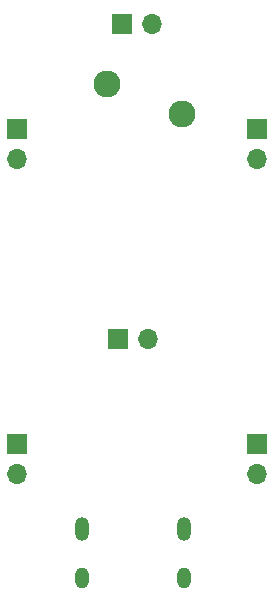
<source format=gbr>
%TF.GenerationSoftware,KiCad,Pcbnew,7.0.6*%
%TF.CreationDate,2023-08-06T17:13:19+10:00*%
%TF.ProjectId,single-key-keyboard,73696e67-6c65-42d6-9b65-792d6b657962,rev?*%
%TF.SameCoordinates,Original*%
%TF.FileFunction,Copper,L2,Bot*%
%TF.FilePolarity,Positive*%
%FSLAX46Y46*%
G04 Gerber Fmt 4.6, Leading zero omitted, Abs format (unit mm)*
G04 Created by KiCad (PCBNEW 7.0.6) date 2023-08-06 17:13:19*
%MOMM*%
%LPD*%
G01*
G04 APERTURE LIST*
%TA.AperFunction,ComponentPad*%
%ADD10R,1.700000X1.700000*%
%TD*%
%TA.AperFunction,ComponentPad*%
%ADD11O,1.700000X1.700000*%
%TD*%
%TA.AperFunction,ComponentPad*%
%ADD12C,2.286000*%
%TD*%
%TA.AperFunction,ComponentPad*%
%ADD13O,1.200000X2.000000*%
%TD*%
%TA.AperFunction,ComponentPad*%
%ADD14O,1.200000X1.800000*%
%TD*%
G04 APERTURE END LIST*
D10*
%TO.P,TP7,1,1*%
%TO.N,unconnected-(TP7-Pad1)*%
X151130000Y-97790000D03*
D11*
%TO.P,TP7,2*%
%TO.N,N/C*%
X151130000Y-100330000D03*
%TD*%
D10*
%TO.P,TP5,1,1*%
%TO.N,unconnected-(TP5-Pad1)*%
X139700000Y-88900000D03*
D11*
%TO.P,TP5,2*%
%TO.N,N/C*%
X142240000Y-88900000D03*
%TD*%
D10*
%TO.P,TP1,1,1*%
%TO.N,unconnected-(TP1-Pad1)*%
X130810000Y-97790000D03*
D11*
%TO.P,TP1,2*%
%TO.N,N/C*%
X130810000Y-100330000D03*
%TD*%
D10*
%TO.P,TP4,1,1*%
%TO.N,unconnected-(TP4-Pad1)*%
X151130000Y-124460000D03*
D11*
%TO.P,TP4,2*%
%TO.N,N/C*%
X151130000Y-127000000D03*
%TD*%
D10*
%TO.P,TP3,1,1*%
%TO.N,unconnected-(TP3-Pad1)*%
X130810000Y-124460000D03*
D11*
%TO.P,TP3,2*%
%TO.N,N/C*%
X130810000Y-127000000D03*
%TD*%
D10*
%TO.P,TP2,1,1*%
%TO.N,unconnected-(TP2-Pad1)*%
X139440000Y-115570000D03*
D11*
%TO.P,TP2,2*%
%TO.N,N/C*%
X141980000Y-115570000D03*
%TD*%
D12*
%TO.P,SW1,1,1*%
%TO.N,unconnected-(SW1-Pad1)*%
X138450000Y-93980000D03*
%TO.P,SW1,2,2*%
%TO.N,unconnected-(SW1-Pad2)*%
X144800000Y-96520000D03*
%TD*%
D13*
%TO.P,P1,1*%
%TO.N,N/C*%
X136330000Y-131585000D03*
%TO.P,P1,2*%
X144970000Y-131585000D03*
D14*
%TO.P,P1,3*%
X136330000Y-135765000D03*
%TO.P,P1,4*%
X144970000Y-135765000D03*
%TD*%
M02*

</source>
